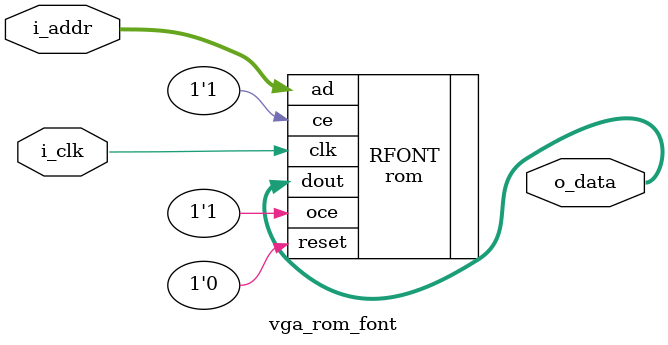
<source format=v>
module vga_rom_font
(
    input wire i_clk,
    input wire [11:0] i_addr,      // Address input
    output wire [7:0] o_data        // Data output
);

//rom_1 RFONT(
//	.address(i_addr),
//	.clock(i_clk),
//	.q(o_data)
//);

/*
rom RFONT(
  .clka(i_clk),
  .addra(i_addr),
  .douta(o_data)
);
*/

// GoWin -------------------
rom RFONT(
    .dout  ( o_data ),
    .clk   ( i_clk  ),
    .oce   ( 1'b1   ),
    .ce    ( 1'b1   ),
    .reset ( 1'b0   ),
    .ad    ( i_addr )
);

 
endmodule


</source>
